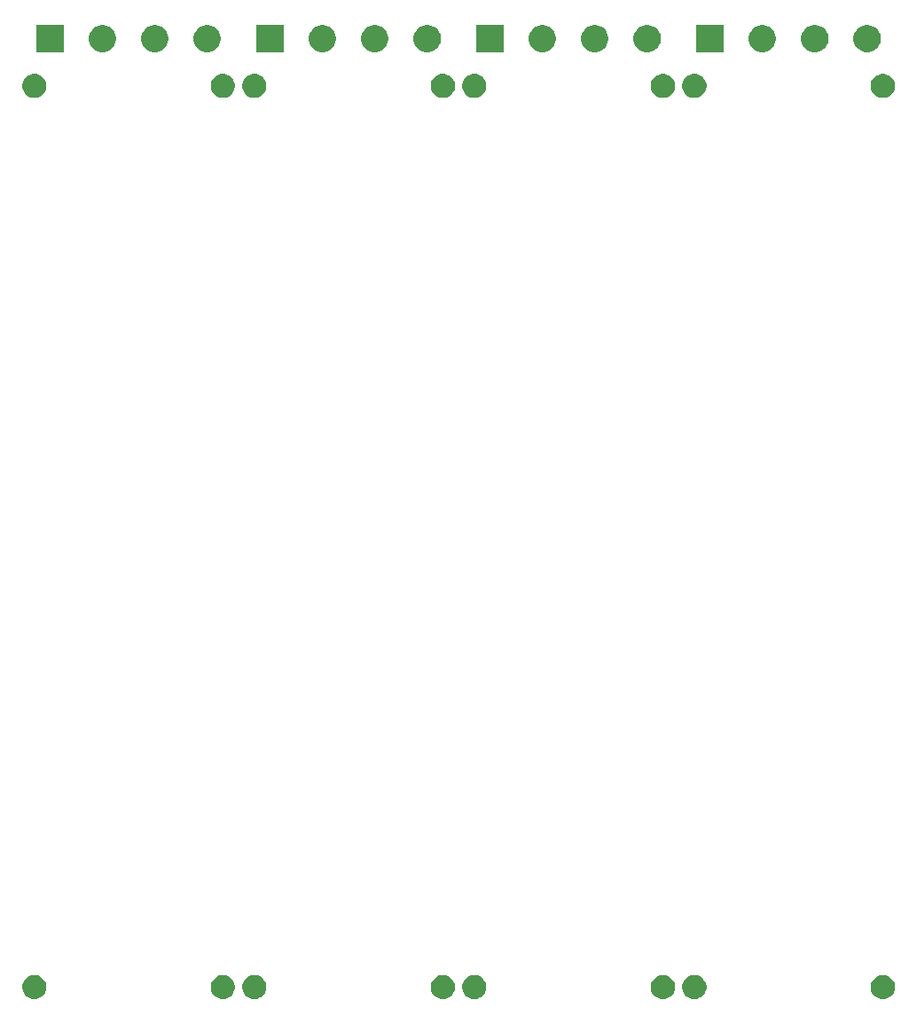
<source format=gbr>
G04 #@! TF.GenerationSoftware,KiCad,Pcbnew,5.1.0*
G04 #@! TF.CreationDate,2019-04-11T23:39:49-05:00*
G04 #@! TF.ProjectId,Strips,53747269-7073-42e6-9b69-6361645f7063,rev?*
G04 #@! TF.SameCoordinates,Original*
G04 #@! TF.FileFunction,Soldermask,Bot*
G04 #@! TF.FilePolarity,Negative*
%FSLAX46Y46*%
G04 Gerber Fmt 4.6, Leading zero omitted, Abs format (unit mm)*
G04 Created by KiCad (PCBNEW 5.1.0) date 2019-04-11 23:39:49*
%MOMM*%
%LPD*%
G04 APERTURE LIST*
%ADD10C,0.100000*%
G04 APERTURE END LIST*
D10*
G36*
X212724549Y-138871116D02*
G01*
X212835734Y-138893232D01*
X213045203Y-138979997D01*
X213233720Y-139105960D01*
X213394040Y-139266280D01*
X213520003Y-139454797D01*
X213606768Y-139664266D01*
X213651000Y-139886636D01*
X213651000Y-140113364D01*
X213606768Y-140335734D01*
X213520003Y-140545203D01*
X213394040Y-140733720D01*
X213233720Y-140894040D01*
X213045203Y-141020003D01*
X212835734Y-141106768D01*
X212724549Y-141128884D01*
X212613365Y-141151000D01*
X212386635Y-141151000D01*
X212275451Y-141128884D01*
X212164266Y-141106768D01*
X211954797Y-141020003D01*
X211766280Y-140894040D01*
X211605960Y-140733720D01*
X211479997Y-140545203D01*
X211393232Y-140335734D01*
X211349000Y-140113364D01*
X211349000Y-139886636D01*
X211393232Y-139664266D01*
X211479997Y-139454797D01*
X211605960Y-139266280D01*
X211766280Y-139105960D01*
X211954797Y-138979997D01*
X212164266Y-138893232D01*
X212275451Y-138871116D01*
X212386635Y-138849000D01*
X212613365Y-138849000D01*
X212724549Y-138871116D01*
X212724549Y-138871116D01*
G37*
G36*
X173724549Y-138871116D02*
G01*
X173835734Y-138893232D01*
X174045203Y-138979997D01*
X174233720Y-139105960D01*
X174394040Y-139266280D01*
X174520003Y-139454797D01*
X174606768Y-139664266D01*
X174651000Y-139886636D01*
X174651000Y-140113364D01*
X174606768Y-140335734D01*
X174520003Y-140545203D01*
X174394040Y-140733720D01*
X174233720Y-140894040D01*
X174045203Y-141020003D01*
X173835734Y-141106768D01*
X173724549Y-141128884D01*
X173613365Y-141151000D01*
X173386635Y-141151000D01*
X173275451Y-141128884D01*
X173164266Y-141106768D01*
X172954797Y-141020003D01*
X172766280Y-140894040D01*
X172605960Y-140733720D01*
X172479997Y-140545203D01*
X172393232Y-140335734D01*
X172349000Y-140113364D01*
X172349000Y-139886636D01*
X172393232Y-139664266D01*
X172479997Y-139454797D01*
X172605960Y-139266280D01*
X172766280Y-139105960D01*
X172954797Y-138979997D01*
X173164266Y-138893232D01*
X173275451Y-138871116D01*
X173386635Y-138849000D01*
X173613365Y-138849000D01*
X173724549Y-138871116D01*
X173724549Y-138871116D01*
G37*
G36*
X194724549Y-138871116D02*
G01*
X194835734Y-138893232D01*
X195045203Y-138979997D01*
X195233720Y-139105960D01*
X195394040Y-139266280D01*
X195520003Y-139454797D01*
X195606768Y-139664266D01*
X195651000Y-139886636D01*
X195651000Y-140113364D01*
X195606768Y-140335734D01*
X195520003Y-140545203D01*
X195394040Y-140733720D01*
X195233720Y-140894040D01*
X195045203Y-141020003D01*
X194835734Y-141106768D01*
X194724549Y-141128884D01*
X194613365Y-141151000D01*
X194386635Y-141151000D01*
X194275451Y-141128884D01*
X194164266Y-141106768D01*
X193954797Y-141020003D01*
X193766280Y-140894040D01*
X193605960Y-140733720D01*
X193479997Y-140545203D01*
X193393232Y-140335734D01*
X193349000Y-140113364D01*
X193349000Y-139886636D01*
X193393232Y-139664266D01*
X193479997Y-139454797D01*
X193605960Y-139266280D01*
X193766280Y-139105960D01*
X193954797Y-138979997D01*
X194164266Y-138893232D01*
X194275451Y-138871116D01*
X194386635Y-138849000D01*
X194613365Y-138849000D01*
X194724549Y-138871116D01*
X194724549Y-138871116D01*
G37*
G36*
X191724549Y-138871116D02*
G01*
X191835734Y-138893232D01*
X192045203Y-138979997D01*
X192233720Y-139105960D01*
X192394040Y-139266280D01*
X192520003Y-139454797D01*
X192606768Y-139664266D01*
X192651000Y-139886636D01*
X192651000Y-140113364D01*
X192606768Y-140335734D01*
X192520003Y-140545203D01*
X192394040Y-140733720D01*
X192233720Y-140894040D01*
X192045203Y-141020003D01*
X191835734Y-141106768D01*
X191724549Y-141128884D01*
X191613365Y-141151000D01*
X191386635Y-141151000D01*
X191275451Y-141128884D01*
X191164266Y-141106768D01*
X190954797Y-141020003D01*
X190766280Y-140894040D01*
X190605960Y-140733720D01*
X190479997Y-140545203D01*
X190393232Y-140335734D01*
X190349000Y-140113364D01*
X190349000Y-139886636D01*
X190393232Y-139664266D01*
X190479997Y-139454797D01*
X190605960Y-139266280D01*
X190766280Y-139105960D01*
X190954797Y-138979997D01*
X191164266Y-138893232D01*
X191275451Y-138871116D01*
X191386635Y-138849000D01*
X191613365Y-138849000D01*
X191724549Y-138871116D01*
X191724549Y-138871116D01*
G37*
G36*
X152724549Y-138871116D02*
G01*
X152835734Y-138893232D01*
X153045203Y-138979997D01*
X153233720Y-139105960D01*
X153394040Y-139266280D01*
X153520003Y-139454797D01*
X153606768Y-139664266D01*
X153651000Y-139886636D01*
X153651000Y-140113364D01*
X153606768Y-140335734D01*
X153520003Y-140545203D01*
X153394040Y-140733720D01*
X153233720Y-140894040D01*
X153045203Y-141020003D01*
X152835734Y-141106768D01*
X152724549Y-141128884D01*
X152613365Y-141151000D01*
X152386635Y-141151000D01*
X152275451Y-141128884D01*
X152164266Y-141106768D01*
X151954797Y-141020003D01*
X151766280Y-140894040D01*
X151605960Y-140733720D01*
X151479997Y-140545203D01*
X151393232Y-140335734D01*
X151349000Y-140113364D01*
X151349000Y-139886636D01*
X151393232Y-139664266D01*
X151479997Y-139454797D01*
X151605960Y-139266280D01*
X151766280Y-139105960D01*
X151954797Y-138979997D01*
X152164266Y-138893232D01*
X152275451Y-138871116D01*
X152386635Y-138849000D01*
X152613365Y-138849000D01*
X152724549Y-138871116D01*
X152724549Y-138871116D01*
G37*
G36*
X131724549Y-138871116D02*
G01*
X131835734Y-138893232D01*
X132045203Y-138979997D01*
X132233720Y-139105960D01*
X132394040Y-139266280D01*
X132520003Y-139454797D01*
X132606768Y-139664266D01*
X132651000Y-139886636D01*
X132651000Y-140113364D01*
X132606768Y-140335734D01*
X132520003Y-140545203D01*
X132394040Y-140733720D01*
X132233720Y-140894040D01*
X132045203Y-141020003D01*
X131835734Y-141106768D01*
X131724549Y-141128884D01*
X131613365Y-141151000D01*
X131386635Y-141151000D01*
X131275451Y-141128884D01*
X131164266Y-141106768D01*
X130954797Y-141020003D01*
X130766280Y-140894040D01*
X130605960Y-140733720D01*
X130479997Y-140545203D01*
X130393232Y-140335734D01*
X130349000Y-140113364D01*
X130349000Y-139886636D01*
X130393232Y-139664266D01*
X130479997Y-139454797D01*
X130605960Y-139266280D01*
X130766280Y-139105960D01*
X130954797Y-138979997D01*
X131164266Y-138893232D01*
X131275451Y-138871116D01*
X131386635Y-138849000D01*
X131613365Y-138849000D01*
X131724549Y-138871116D01*
X131724549Y-138871116D01*
G37*
G36*
X149724549Y-138871116D02*
G01*
X149835734Y-138893232D01*
X150045203Y-138979997D01*
X150233720Y-139105960D01*
X150394040Y-139266280D01*
X150520003Y-139454797D01*
X150606768Y-139664266D01*
X150651000Y-139886636D01*
X150651000Y-140113364D01*
X150606768Y-140335734D01*
X150520003Y-140545203D01*
X150394040Y-140733720D01*
X150233720Y-140894040D01*
X150045203Y-141020003D01*
X149835734Y-141106768D01*
X149724549Y-141128884D01*
X149613365Y-141151000D01*
X149386635Y-141151000D01*
X149275451Y-141128884D01*
X149164266Y-141106768D01*
X148954797Y-141020003D01*
X148766280Y-140894040D01*
X148605960Y-140733720D01*
X148479997Y-140545203D01*
X148393232Y-140335734D01*
X148349000Y-140113364D01*
X148349000Y-139886636D01*
X148393232Y-139664266D01*
X148479997Y-139454797D01*
X148605960Y-139266280D01*
X148766280Y-139105960D01*
X148954797Y-138979997D01*
X149164266Y-138893232D01*
X149275451Y-138871116D01*
X149386635Y-138849000D01*
X149613365Y-138849000D01*
X149724549Y-138871116D01*
X149724549Y-138871116D01*
G37*
G36*
X170724549Y-138871116D02*
G01*
X170835734Y-138893232D01*
X171045203Y-138979997D01*
X171233720Y-139105960D01*
X171394040Y-139266280D01*
X171520003Y-139454797D01*
X171606768Y-139664266D01*
X171651000Y-139886636D01*
X171651000Y-140113364D01*
X171606768Y-140335734D01*
X171520003Y-140545203D01*
X171394040Y-140733720D01*
X171233720Y-140894040D01*
X171045203Y-141020003D01*
X170835734Y-141106768D01*
X170724549Y-141128884D01*
X170613365Y-141151000D01*
X170386635Y-141151000D01*
X170275451Y-141128884D01*
X170164266Y-141106768D01*
X169954797Y-141020003D01*
X169766280Y-140894040D01*
X169605960Y-140733720D01*
X169479997Y-140545203D01*
X169393232Y-140335734D01*
X169349000Y-140113364D01*
X169349000Y-139886636D01*
X169393232Y-139664266D01*
X169479997Y-139454797D01*
X169605960Y-139266280D01*
X169766280Y-139105960D01*
X169954797Y-138979997D01*
X170164266Y-138893232D01*
X170275451Y-138871116D01*
X170386635Y-138849000D01*
X170613365Y-138849000D01*
X170724549Y-138871116D01*
X170724549Y-138871116D01*
G37*
G36*
X152724549Y-52871116D02*
G01*
X152835734Y-52893232D01*
X153045203Y-52979997D01*
X153233720Y-53105960D01*
X153394040Y-53266280D01*
X153520003Y-53454797D01*
X153606768Y-53664266D01*
X153651000Y-53886636D01*
X153651000Y-54113364D01*
X153606768Y-54335734D01*
X153520003Y-54545203D01*
X153394040Y-54733720D01*
X153233720Y-54894040D01*
X153045203Y-55020003D01*
X152835734Y-55106768D01*
X152724549Y-55128884D01*
X152613365Y-55151000D01*
X152386635Y-55151000D01*
X152275451Y-55128884D01*
X152164266Y-55106768D01*
X151954797Y-55020003D01*
X151766280Y-54894040D01*
X151605960Y-54733720D01*
X151479997Y-54545203D01*
X151393232Y-54335734D01*
X151349000Y-54113364D01*
X151349000Y-53886636D01*
X151393232Y-53664266D01*
X151479997Y-53454797D01*
X151605960Y-53266280D01*
X151766280Y-53105960D01*
X151954797Y-52979997D01*
X152164266Y-52893232D01*
X152275451Y-52871116D01*
X152386635Y-52849000D01*
X152613365Y-52849000D01*
X152724549Y-52871116D01*
X152724549Y-52871116D01*
G37*
G36*
X191724549Y-52871116D02*
G01*
X191835734Y-52893232D01*
X192045203Y-52979997D01*
X192233720Y-53105960D01*
X192394040Y-53266280D01*
X192520003Y-53454797D01*
X192606768Y-53664266D01*
X192651000Y-53886636D01*
X192651000Y-54113364D01*
X192606768Y-54335734D01*
X192520003Y-54545203D01*
X192394040Y-54733720D01*
X192233720Y-54894040D01*
X192045203Y-55020003D01*
X191835734Y-55106768D01*
X191724549Y-55128884D01*
X191613365Y-55151000D01*
X191386635Y-55151000D01*
X191275451Y-55128884D01*
X191164266Y-55106768D01*
X190954797Y-55020003D01*
X190766280Y-54894040D01*
X190605960Y-54733720D01*
X190479997Y-54545203D01*
X190393232Y-54335734D01*
X190349000Y-54113364D01*
X190349000Y-53886636D01*
X190393232Y-53664266D01*
X190479997Y-53454797D01*
X190605960Y-53266280D01*
X190766280Y-53105960D01*
X190954797Y-52979997D01*
X191164266Y-52893232D01*
X191275451Y-52871116D01*
X191386635Y-52849000D01*
X191613365Y-52849000D01*
X191724549Y-52871116D01*
X191724549Y-52871116D01*
G37*
G36*
X194724549Y-52871116D02*
G01*
X194835734Y-52893232D01*
X195045203Y-52979997D01*
X195233720Y-53105960D01*
X195394040Y-53266280D01*
X195520003Y-53454797D01*
X195606768Y-53664266D01*
X195651000Y-53886636D01*
X195651000Y-54113364D01*
X195606768Y-54335734D01*
X195520003Y-54545203D01*
X195394040Y-54733720D01*
X195233720Y-54894040D01*
X195045203Y-55020003D01*
X194835734Y-55106768D01*
X194724549Y-55128884D01*
X194613365Y-55151000D01*
X194386635Y-55151000D01*
X194275451Y-55128884D01*
X194164266Y-55106768D01*
X193954797Y-55020003D01*
X193766280Y-54894040D01*
X193605960Y-54733720D01*
X193479997Y-54545203D01*
X193393232Y-54335734D01*
X193349000Y-54113364D01*
X193349000Y-53886636D01*
X193393232Y-53664266D01*
X193479997Y-53454797D01*
X193605960Y-53266280D01*
X193766280Y-53105960D01*
X193954797Y-52979997D01*
X194164266Y-52893232D01*
X194275451Y-52871116D01*
X194386635Y-52849000D01*
X194613365Y-52849000D01*
X194724549Y-52871116D01*
X194724549Y-52871116D01*
G37*
G36*
X212724549Y-52871116D02*
G01*
X212835734Y-52893232D01*
X213045203Y-52979997D01*
X213233720Y-53105960D01*
X213394040Y-53266280D01*
X213520003Y-53454797D01*
X213606768Y-53664266D01*
X213651000Y-53886636D01*
X213651000Y-54113364D01*
X213606768Y-54335734D01*
X213520003Y-54545203D01*
X213394040Y-54733720D01*
X213233720Y-54894040D01*
X213045203Y-55020003D01*
X212835734Y-55106768D01*
X212724549Y-55128884D01*
X212613365Y-55151000D01*
X212386635Y-55151000D01*
X212275451Y-55128884D01*
X212164266Y-55106768D01*
X211954797Y-55020003D01*
X211766280Y-54894040D01*
X211605960Y-54733720D01*
X211479997Y-54545203D01*
X211393232Y-54335734D01*
X211349000Y-54113364D01*
X211349000Y-53886636D01*
X211393232Y-53664266D01*
X211479997Y-53454797D01*
X211605960Y-53266280D01*
X211766280Y-53105960D01*
X211954797Y-52979997D01*
X212164266Y-52893232D01*
X212275451Y-52871116D01*
X212386635Y-52849000D01*
X212613365Y-52849000D01*
X212724549Y-52871116D01*
X212724549Y-52871116D01*
G37*
G36*
X170724549Y-52871116D02*
G01*
X170835734Y-52893232D01*
X171045203Y-52979997D01*
X171233720Y-53105960D01*
X171394040Y-53266280D01*
X171520003Y-53454797D01*
X171606768Y-53664266D01*
X171651000Y-53886636D01*
X171651000Y-54113364D01*
X171606768Y-54335734D01*
X171520003Y-54545203D01*
X171394040Y-54733720D01*
X171233720Y-54894040D01*
X171045203Y-55020003D01*
X170835734Y-55106768D01*
X170724549Y-55128884D01*
X170613365Y-55151000D01*
X170386635Y-55151000D01*
X170275451Y-55128884D01*
X170164266Y-55106768D01*
X169954797Y-55020003D01*
X169766280Y-54894040D01*
X169605960Y-54733720D01*
X169479997Y-54545203D01*
X169393232Y-54335734D01*
X169349000Y-54113364D01*
X169349000Y-53886636D01*
X169393232Y-53664266D01*
X169479997Y-53454797D01*
X169605960Y-53266280D01*
X169766280Y-53105960D01*
X169954797Y-52979997D01*
X170164266Y-52893232D01*
X170275451Y-52871116D01*
X170386635Y-52849000D01*
X170613365Y-52849000D01*
X170724549Y-52871116D01*
X170724549Y-52871116D01*
G37*
G36*
X173724549Y-52871116D02*
G01*
X173835734Y-52893232D01*
X174045203Y-52979997D01*
X174233720Y-53105960D01*
X174394040Y-53266280D01*
X174520003Y-53454797D01*
X174606768Y-53664266D01*
X174651000Y-53886636D01*
X174651000Y-54113364D01*
X174606768Y-54335734D01*
X174520003Y-54545203D01*
X174394040Y-54733720D01*
X174233720Y-54894040D01*
X174045203Y-55020003D01*
X173835734Y-55106768D01*
X173724549Y-55128884D01*
X173613365Y-55151000D01*
X173386635Y-55151000D01*
X173275451Y-55128884D01*
X173164266Y-55106768D01*
X172954797Y-55020003D01*
X172766280Y-54894040D01*
X172605960Y-54733720D01*
X172479997Y-54545203D01*
X172393232Y-54335734D01*
X172349000Y-54113364D01*
X172349000Y-53886636D01*
X172393232Y-53664266D01*
X172479997Y-53454797D01*
X172605960Y-53266280D01*
X172766280Y-53105960D01*
X172954797Y-52979997D01*
X173164266Y-52893232D01*
X173275451Y-52871116D01*
X173386635Y-52849000D01*
X173613365Y-52849000D01*
X173724549Y-52871116D01*
X173724549Y-52871116D01*
G37*
G36*
X131724549Y-52871116D02*
G01*
X131835734Y-52893232D01*
X132045203Y-52979997D01*
X132233720Y-53105960D01*
X132394040Y-53266280D01*
X132520003Y-53454797D01*
X132606768Y-53664266D01*
X132651000Y-53886636D01*
X132651000Y-54113364D01*
X132606768Y-54335734D01*
X132520003Y-54545203D01*
X132394040Y-54733720D01*
X132233720Y-54894040D01*
X132045203Y-55020003D01*
X131835734Y-55106768D01*
X131724549Y-55128884D01*
X131613365Y-55151000D01*
X131386635Y-55151000D01*
X131275451Y-55128884D01*
X131164266Y-55106768D01*
X130954797Y-55020003D01*
X130766280Y-54894040D01*
X130605960Y-54733720D01*
X130479997Y-54545203D01*
X130393232Y-54335734D01*
X130349000Y-54113364D01*
X130349000Y-53886636D01*
X130393232Y-53664266D01*
X130479997Y-53454797D01*
X130605960Y-53266280D01*
X130766280Y-53105960D01*
X130954797Y-52979997D01*
X131164266Y-52893232D01*
X131275451Y-52871116D01*
X131386635Y-52849000D01*
X131613365Y-52849000D01*
X131724549Y-52871116D01*
X131724549Y-52871116D01*
G37*
G36*
X149724549Y-52871116D02*
G01*
X149835734Y-52893232D01*
X150045203Y-52979997D01*
X150233720Y-53105960D01*
X150394040Y-53266280D01*
X150520003Y-53454797D01*
X150606768Y-53664266D01*
X150651000Y-53886636D01*
X150651000Y-54113364D01*
X150606768Y-54335734D01*
X150520003Y-54545203D01*
X150394040Y-54733720D01*
X150233720Y-54894040D01*
X150045203Y-55020003D01*
X149835734Y-55106768D01*
X149724549Y-55128884D01*
X149613365Y-55151000D01*
X149386635Y-55151000D01*
X149275451Y-55128884D01*
X149164266Y-55106768D01*
X148954797Y-55020003D01*
X148766280Y-54894040D01*
X148605960Y-54733720D01*
X148479997Y-54545203D01*
X148393232Y-54335734D01*
X148349000Y-54113364D01*
X148349000Y-53886636D01*
X148393232Y-53664266D01*
X148479997Y-53454797D01*
X148605960Y-53266280D01*
X148766280Y-53105960D01*
X148954797Y-52979997D01*
X149164266Y-52893232D01*
X149275451Y-52871116D01*
X149386635Y-52849000D01*
X149613365Y-52849000D01*
X149724549Y-52871116D01*
X149724549Y-52871116D01*
G37*
G36*
X190379487Y-48248996D02*
G01*
X190616253Y-48347068D01*
X190616255Y-48347069D01*
X190829339Y-48489447D01*
X191010553Y-48670661D01*
X191152932Y-48883747D01*
X191251004Y-49120513D01*
X191301000Y-49371861D01*
X191301000Y-49628139D01*
X191251004Y-49879487D01*
X191152932Y-50116253D01*
X191152931Y-50116255D01*
X191010553Y-50329339D01*
X190829339Y-50510553D01*
X190616255Y-50652931D01*
X190616254Y-50652932D01*
X190616253Y-50652932D01*
X190379487Y-50751004D01*
X190128139Y-50801000D01*
X189871861Y-50801000D01*
X189620513Y-50751004D01*
X189383747Y-50652932D01*
X189383746Y-50652932D01*
X189383745Y-50652931D01*
X189170661Y-50510553D01*
X188989447Y-50329339D01*
X188847069Y-50116255D01*
X188847068Y-50116253D01*
X188748996Y-49879487D01*
X188699000Y-49628139D01*
X188699000Y-49371861D01*
X188748996Y-49120513D01*
X188847068Y-48883747D01*
X188989447Y-48670661D01*
X189170661Y-48489447D01*
X189383745Y-48347069D01*
X189383747Y-48347068D01*
X189620513Y-48248996D01*
X189871861Y-48199000D01*
X190128139Y-48199000D01*
X190379487Y-48248996D01*
X190379487Y-48248996D01*
G37*
G36*
X180379487Y-48248996D02*
G01*
X180616253Y-48347068D01*
X180616255Y-48347069D01*
X180829339Y-48489447D01*
X181010553Y-48670661D01*
X181152932Y-48883747D01*
X181251004Y-49120513D01*
X181301000Y-49371861D01*
X181301000Y-49628139D01*
X181251004Y-49879487D01*
X181152932Y-50116253D01*
X181152931Y-50116255D01*
X181010553Y-50329339D01*
X180829339Y-50510553D01*
X180616255Y-50652931D01*
X180616254Y-50652932D01*
X180616253Y-50652932D01*
X180379487Y-50751004D01*
X180128139Y-50801000D01*
X179871861Y-50801000D01*
X179620513Y-50751004D01*
X179383747Y-50652932D01*
X179383746Y-50652932D01*
X179383745Y-50652931D01*
X179170661Y-50510553D01*
X178989447Y-50329339D01*
X178847069Y-50116255D01*
X178847068Y-50116253D01*
X178748996Y-49879487D01*
X178699000Y-49628139D01*
X178699000Y-49371861D01*
X178748996Y-49120513D01*
X178847068Y-48883747D01*
X178989447Y-48670661D01*
X179170661Y-48489447D01*
X179383745Y-48347069D01*
X179383747Y-48347068D01*
X179620513Y-48248996D01*
X179871861Y-48199000D01*
X180128139Y-48199000D01*
X180379487Y-48248996D01*
X180379487Y-48248996D01*
G37*
G36*
X176301000Y-50801000D02*
G01*
X173699000Y-50801000D01*
X173699000Y-48199000D01*
X176301000Y-48199000D01*
X176301000Y-50801000D01*
X176301000Y-50801000D01*
G37*
G36*
X185379487Y-48248996D02*
G01*
X185616253Y-48347068D01*
X185616255Y-48347069D01*
X185829339Y-48489447D01*
X186010553Y-48670661D01*
X186152932Y-48883747D01*
X186251004Y-49120513D01*
X186301000Y-49371861D01*
X186301000Y-49628139D01*
X186251004Y-49879487D01*
X186152932Y-50116253D01*
X186152931Y-50116255D01*
X186010553Y-50329339D01*
X185829339Y-50510553D01*
X185616255Y-50652931D01*
X185616254Y-50652932D01*
X185616253Y-50652932D01*
X185379487Y-50751004D01*
X185128139Y-50801000D01*
X184871861Y-50801000D01*
X184620513Y-50751004D01*
X184383747Y-50652932D01*
X184383746Y-50652932D01*
X184383745Y-50652931D01*
X184170661Y-50510553D01*
X183989447Y-50329339D01*
X183847069Y-50116255D01*
X183847068Y-50116253D01*
X183748996Y-49879487D01*
X183699000Y-49628139D01*
X183699000Y-49371861D01*
X183748996Y-49120513D01*
X183847068Y-48883747D01*
X183989447Y-48670661D01*
X184170661Y-48489447D01*
X184383745Y-48347069D01*
X184383747Y-48347068D01*
X184620513Y-48248996D01*
X184871861Y-48199000D01*
X185128139Y-48199000D01*
X185379487Y-48248996D01*
X185379487Y-48248996D01*
G37*
G36*
X148379487Y-48248996D02*
G01*
X148616253Y-48347068D01*
X148616255Y-48347069D01*
X148829339Y-48489447D01*
X149010553Y-48670661D01*
X149152932Y-48883747D01*
X149251004Y-49120513D01*
X149301000Y-49371861D01*
X149301000Y-49628139D01*
X149251004Y-49879487D01*
X149152932Y-50116253D01*
X149152931Y-50116255D01*
X149010553Y-50329339D01*
X148829339Y-50510553D01*
X148616255Y-50652931D01*
X148616254Y-50652932D01*
X148616253Y-50652932D01*
X148379487Y-50751004D01*
X148128139Y-50801000D01*
X147871861Y-50801000D01*
X147620513Y-50751004D01*
X147383747Y-50652932D01*
X147383746Y-50652932D01*
X147383745Y-50652931D01*
X147170661Y-50510553D01*
X146989447Y-50329339D01*
X146847069Y-50116255D01*
X146847068Y-50116253D01*
X146748996Y-49879487D01*
X146699000Y-49628139D01*
X146699000Y-49371861D01*
X146748996Y-49120513D01*
X146847068Y-48883747D01*
X146989447Y-48670661D01*
X147170661Y-48489447D01*
X147383745Y-48347069D01*
X147383747Y-48347068D01*
X147620513Y-48248996D01*
X147871861Y-48199000D01*
X148128139Y-48199000D01*
X148379487Y-48248996D01*
X148379487Y-48248996D01*
G37*
G36*
X143379487Y-48248996D02*
G01*
X143616253Y-48347068D01*
X143616255Y-48347069D01*
X143829339Y-48489447D01*
X144010553Y-48670661D01*
X144152932Y-48883747D01*
X144251004Y-49120513D01*
X144301000Y-49371861D01*
X144301000Y-49628139D01*
X144251004Y-49879487D01*
X144152932Y-50116253D01*
X144152931Y-50116255D01*
X144010553Y-50329339D01*
X143829339Y-50510553D01*
X143616255Y-50652931D01*
X143616254Y-50652932D01*
X143616253Y-50652932D01*
X143379487Y-50751004D01*
X143128139Y-50801000D01*
X142871861Y-50801000D01*
X142620513Y-50751004D01*
X142383747Y-50652932D01*
X142383746Y-50652932D01*
X142383745Y-50652931D01*
X142170661Y-50510553D01*
X141989447Y-50329339D01*
X141847069Y-50116255D01*
X141847068Y-50116253D01*
X141748996Y-49879487D01*
X141699000Y-49628139D01*
X141699000Y-49371861D01*
X141748996Y-49120513D01*
X141847068Y-48883747D01*
X141989447Y-48670661D01*
X142170661Y-48489447D01*
X142383745Y-48347069D01*
X142383747Y-48347068D01*
X142620513Y-48248996D01*
X142871861Y-48199000D01*
X143128139Y-48199000D01*
X143379487Y-48248996D01*
X143379487Y-48248996D01*
G37*
G36*
X138379487Y-48248996D02*
G01*
X138616253Y-48347068D01*
X138616255Y-48347069D01*
X138829339Y-48489447D01*
X139010553Y-48670661D01*
X139152932Y-48883747D01*
X139251004Y-49120513D01*
X139301000Y-49371861D01*
X139301000Y-49628139D01*
X139251004Y-49879487D01*
X139152932Y-50116253D01*
X139152931Y-50116255D01*
X139010553Y-50329339D01*
X138829339Y-50510553D01*
X138616255Y-50652931D01*
X138616254Y-50652932D01*
X138616253Y-50652932D01*
X138379487Y-50751004D01*
X138128139Y-50801000D01*
X137871861Y-50801000D01*
X137620513Y-50751004D01*
X137383747Y-50652932D01*
X137383746Y-50652932D01*
X137383745Y-50652931D01*
X137170661Y-50510553D01*
X136989447Y-50329339D01*
X136847069Y-50116255D01*
X136847068Y-50116253D01*
X136748996Y-49879487D01*
X136699000Y-49628139D01*
X136699000Y-49371861D01*
X136748996Y-49120513D01*
X136847068Y-48883747D01*
X136989447Y-48670661D01*
X137170661Y-48489447D01*
X137383745Y-48347069D01*
X137383747Y-48347068D01*
X137620513Y-48248996D01*
X137871861Y-48199000D01*
X138128139Y-48199000D01*
X138379487Y-48248996D01*
X138379487Y-48248996D01*
G37*
G36*
X134301000Y-50801000D02*
G01*
X131699000Y-50801000D01*
X131699000Y-48199000D01*
X134301000Y-48199000D01*
X134301000Y-50801000D01*
X134301000Y-50801000D01*
G37*
G36*
X197301000Y-50801000D02*
G01*
X194699000Y-50801000D01*
X194699000Y-48199000D01*
X197301000Y-48199000D01*
X197301000Y-50801000D01*
X197301000Y-50801000D01*
G37*
G36*
X159379487Y-48248996D02*
G01*
X159616253Y-48347068D01*
X159616255Y-48347069D01*
X159829339Y-48489447D01*
X160010553Y-48670661D01*
X160152932Y-48883747D01*
X160251004Y-49120513D01*
X160301000Y-49371861D01*
X160301000Y-49628139D01*
X160251004Y-49879487D01*
X160152932Y-50116253D01*
X160152931Y-50116255D01*
X160010553Y-50329339D01*
X159829339Y-50510553D01*
X159616255Y-50652931D01*
X159616254Y-50652932D01*
X159616253Y-50652932D01*
X159379487Y-50751004D01*
X159128139Y-50801000D01*
X158871861Y-50801000D01*
X158620513Y-50751004D01*
X158383747Y-50652932D01*
X158383746Y-50652932D01*
X158383745Y-50652931D01*
X158170661Y-50510553D01*
X157989447Y-50329339D01*
X157847069Y-50116255D01*
X157847068Y-50116253D01*
X157748996Y-49879487D01*
X157699000Y-49628139D01*
X157699000Y-49371861D01*
X157748996Y-49120513D01*
X157847068Y-48883747D01*
X157989447Y-48670661D01*
X158170661Y-48489447D01*
X158383745Y-48347069D01*
X158383747Y-48347068D01*
X158620513Y-48248996D01*
X158871861Y-48199000D01*
X159128139Y-48199000D01*
X159379487Y-48248996D01*
X159379487Y-48248996D01*
G37*
G36*
X164379487Y-48248996D02*
G01*
X164616253Y-48347068D01*
X164616255Y-48347069D01*
X164829339Y-48489447D01*
X165010553Y-48670661D01*
X165152932Y-48883747D01*
X165251004Y-49120513D01*
X165301000Y-49371861D01*
X165301000Y-49628139D01*
X165251004Y-49879487D01*
X165152932Y-50116253D01*
X165152931Y-50116255D01*
X165010553Y-50329339D01*
X164829339Y-50510553D01*
X164616255Y-50652931D01*
X164616254Y-50652932D01*
X164616253Y-50652932D01*
X164379487Y-50751004D01*
X164128139Y-50801000D01*
X163871861Y-50801000D01*
X163620513Y-50751004D01*
X163383747Y-50652932D01*
X163383746Y-50652932D01*
X163383745Y-50652931D01*
X163170661Y-50510553D01*
X162989447Y-50329339D01*
X162847069Y-50116255D01*
X162847068Y-50116253D01*
X162748996Y-49879487D01*
X162699000Y-49628139D01*
X162699000Y-49371861D01*
X162748996Y-49120513D01*
X162847068Y-48883747D01*
X162989447Y-48670661D01*
X163170661Y-48489447D01*
X163383745Y-48347069D01*
X163383747Y-48347068D01*
X163620513Y-48248996D01*
X163871861Y-48199000D01*
X164128139Y-48199000D01*
X164379487Y-48248996D01*
X164379487Y-48248996D01*
G37*
G36*
X169379487Y-48248996D02*
G01*
X169616253Y-48347068D01*
X169616255Y-48347069D01*
X169829339Y-48489447D01*
X170010553Y-48670661D01*
X170152932Y-48883747D01*
X170251004Y-49120513D01*
X170301000Y-49371861D01*
X170301000Y-49628139D01*
X170251004Y-49879487D01*
X170152932Y-50116253D01*
X170152931Y-50116255D01*
X170010553Y-50329339D01*
X169829339Y-50510553D01*
X169616255Y-50652931D01*
X169616254Y-50652932D01*
X169616253Y-50652932D01*
X169379487Y-50751004D01*
X169128139Y-50801000D01*
X168871861Y-50801000D01*
X168620513Y-50751004D01*
X168383747Y-50652932D01*
X168383746Y-50652932D01*
X168383745Y-50652931D01*
X168170661Y-50510553D01*
X167989447Y-50329339D01*
X167847069Y-50116255D01*
X167847068Y-50116253D01*
X167748996Y-49879487D01*
X167699000Y-49628139D01*
X167699000Y-49371861D01*
X167748996Y-49120513D01*
X167847068Y-48883747D01*
X167989447Y-48670661D01*
X168170661Y-48489447D01*
X168383745Y-48347069D01*
X168383747Y-48347068D01*
X168620513Y-48248996D01*
X168871861Y-48199000D01*
X169128139Y-48199000D01*
X169379487Y-48248996D01*
X169379487Y-48248996D01*
G37*
G36*
X211379487Y-48248996D02*
G01*
X211616253Y-48347068D01*
X211616255Y-48347069D01*
X211829339Y-48489447D01*
X212010553Y-48670661D01*
X212152932Y-48883747D01*
X212251004Y-49120513D01*
X212301000Y-49371861D01*
X212301000Y-49628139D01*
X212251004Y-49879487D01*
X212152932Y-50116253D01*
X212152931Y-50116255D01*
X212010553Y-50329339D01*
X211829339Y-50510553D01*
X211616255Y-50652931D01*
X211616254Y-50652932D01*
X211616253Y-50652932D01*
X211379487Y-50751004D01*
X211128139Y-50801000D01*
X210871861Y-50801000D01*
X210620513Y-50751004D01*
X210383747Y-50652932D01*
X210383746Y-50652932D01*
X210383745Y-50652931D01*
X210170661Y-50510553D01*
X209989447Y-50329339D01*
X209847069Y-50116255D01*
X209847068Y-50116253D01*
X209748996Y-49879487D01*
X209699000Y-49628139D01*
X209699000Y-49371861D01*
X209748996Y-49120513D01*
X209847068Y-48883747D01*
X209989447Y-48670661D01*
X210170661Y-48489447D01*
X210383745Y-48347069D01*
X210383747Y-48347068D01*
X210620513Y-48248996D01*
X210871861Y-48199000D01*
X211128139Y-48199000D01*
X211379487Y-48248996D01*
X211379487Y-48248996D01*
G37*
G36*
X206379487Y-48248996D02*
G01*
X206616253Y-48347068D01*
X206616255Y-48347069D01*
X206829339Y-48489447D01*
X207010553Y-48670661D01*
X207152932Y-48883747D01*
X207251004Y-49120513D01*
X207301000Y-49371861D01*
X207301000Y-49628139D01*
X207251004Y-49879487D01*
X207152932Y-50116253D01*
X207152931Y-50116255D01*
X207010553Y-50329339D01*
X206829339Y-50510553D01*
X206616255Y-50652931D01*
X206616254Y-50652932D01*
X206616253Y-50652932D01*
X206379487Y-50751004D01*
X206128139Y-50801000D01*
X205871861Y-50801000D01*
X205620513Y-50751004D01*
X205383747Y-50652932D01*
X205383746Y-50652932D01*
X205383745Y-50652931D01*
X205170661Y-50510553D01*
X204989447Y-50329339D01*
X204847069Y-50116255D01*
X204847068Y-50116253D01*
X204748996Y-49879487D01*
X204699000Y-49628139D01*
X204699000Y-49371861D01*
X204748996Y-49120513D01*
X204847068Y-48883747D01*
X204989447Y-48670661D01*
X205170661Y-48489447D01*
X205383745Y-48347069D01*
X205383747Y-48347068D01*
X205620513Y-48248996D01*
X205871861Y-48199000D01*
X206128139Y-48199000D01*
X206379487Y-48248996D01*
X206379487Y-48248996D01*
G37*
G36*
X201379487Y-48248996D02*
G01*
X201616253Y-48347068D01*
X201616255Y-48347069D01*
X201829339Y-48489447D01*
X202010553Y-48670661D01*
X202152932Y-48883747D01*
X202251004Y-49120513D01*
X202301000Y-49371861D01*
X202301000Y-49628139D01*
X202251004Y-49879487D01*
X202152932Y-50116253D01*
X202152931Y-50116255D01*
X202010553Y-50329339D01*
X201829339Y-50510553D01*
X201616255Y-50652931D01*
X201616254Y-50652932D01*
X201616253Y-50652932D01*
X201379487Y-50751004D01*
X201128139Y-50801000D01*
X200871861Y-50801000D01*
X200620513Y-50751004D01*
X200383747Y-50652932D01*
X200383746Y-50652932D01*
X200383745Y-50652931D01*
X200170661Y-50510553D01*
X199989447Y-50329339D01*
X199847069Y-50116255D01*
X199847068Y-50116253D01*
X199748996Y-49879487D01*
X199699000Y-49628139D01*
X199699000Y-49371861D01*
X199748996Y-49120513D01*
X199847068Y-48883747D01*
X199989447Y-48670661D01*
X200170661Y-48489447D01*
X200383745Y-48347069D01*
X200383747Y-48347068D01*
X200620513Y-48248996D01*
X200871861Y-48199000D01*
X201128139Y-48199000D01*
X201379487Y-48248996D01*
X201379487Y-48248996D01*
G37*
G36*
X155301000Y-50801000D02*
G01*
X152699000Y-50801000D01*
X152699000Y-48199000D01*
X155301000Y-48199000D01*
X155301000Y-50801000D01*
X155301000Y-50801000D01*
G37*
M02*

</source>
